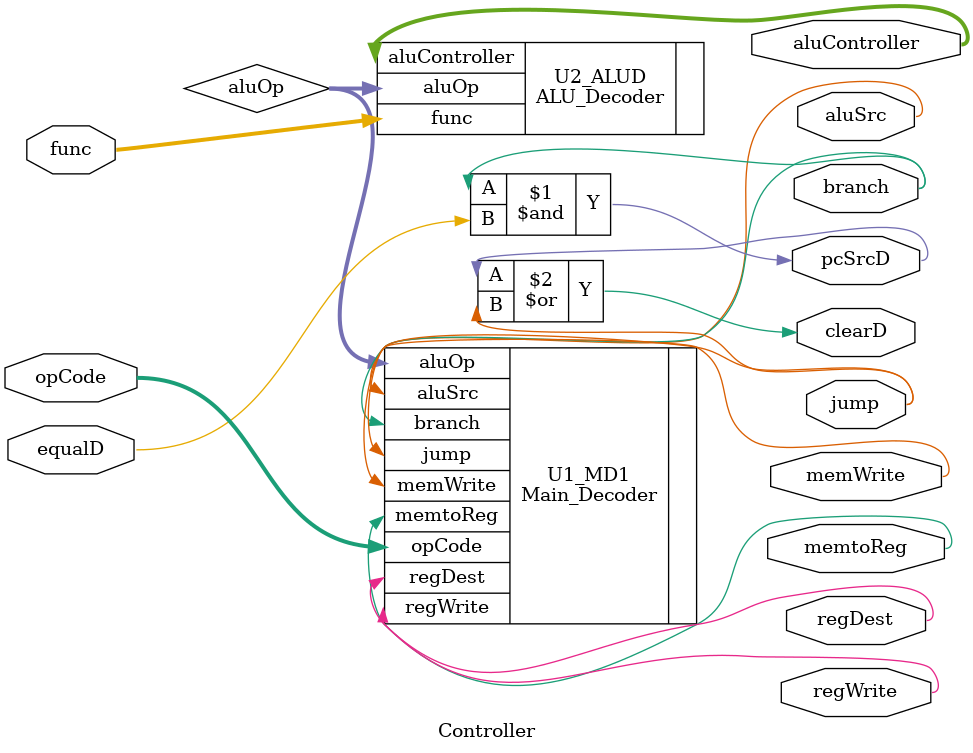
<source format=v>
module Controller (
    input    wire    [5:0]      opCode, func,
    input    wire               equalD,
    output   wire               memWrite, regWrite, regDest, aluSrc, memtoReg, jump, pcSrcD, clearD, branch,
    output   wire    [1:0]      aluController
);

wire      [1:0]     aluOp;

assign pcSrcD = branch & equalD;
assign clearD = pcSrcD | jump;

Main_Decoder U1_MD1 (
    .opCode(opCode),
    .aluOp(aluOp),
    .memWrite(memWrite),
    .regWrite(regWrite),
    .regDest(regDest),
    .aluSrc(aluSrc),
    .memtoReg(memtoReg),
    .jump(jump),
    .branch(branch)
);

ALU_Decoder  U2_ALUD (
    .aluOp(aluOp),
    .func(func),
    .aluController(aluController)
);

endmodule


</source>
